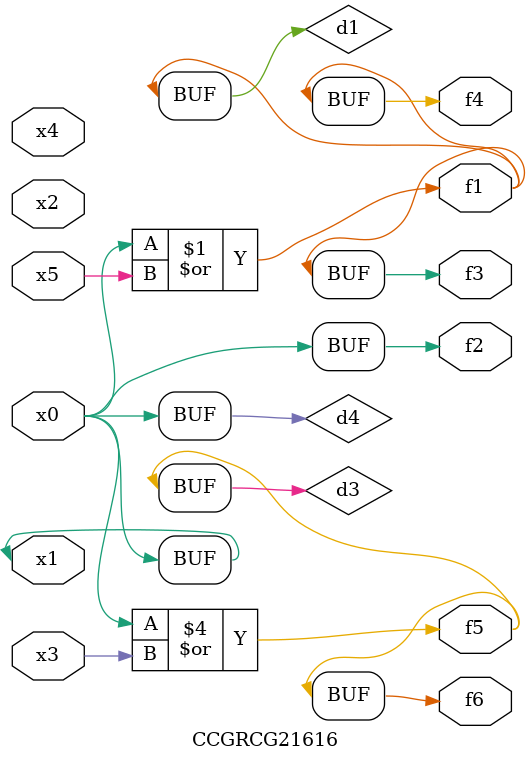
<source format=v>
module CCGRCG21616(
	input x0, x1, x2, x3, x4, x5,
	output f1, f2, f3, f4, f5, f6
);

	wire d1, d2, d3, d4;

	or (d1, x0, x5);
	xnor (d2, x1, x4);
	or (d3, x0, x3);
	buf (d4, x0, x1);
	assign f1 = d1;
	assign f2 = d4;
	assign f3 = d1;
	assign f4 = d1;
	assign f5 = d3;
	assign f6 = d3;
endmodule

</source>
